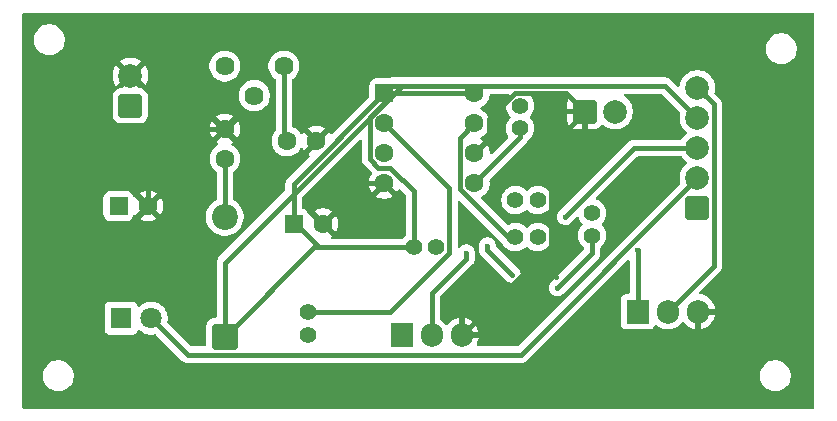
<source format=gbr>
%TF.GenerationSoftware,KiCad,Pcbnew,9.0.6*%
%TF.CreationDate,2025-12-16T12:20:01+05:30*%
%TF.ProjectId,MINI INVERTER,4d494e49-2049-44e5-9645-525445522e6b,rev?*%
%TF.SameCoordinates,Original*%
%TF.FileFunction,Copper,L1,Top*%
%TF.FilePolarity,Positive*%
%FSLAX46Y46*%
G04 Gerber Fmt 4.6, Leading zero omitted, Abs format (unit mm)*
G04 Created by KiCad (PCBNEW 9.0.6) date 2025-12-16 12:20:01*
%MOMM*%
%LPD*%
G01*
G04 APERTURE LIST*
G04 Aperture macros list*
%AMRoundRect*
0 Rectangle with rounded corners*
0 $1 Rounding radius*
0 $2 $3 $4 $5 $6 $7 $8 $9 X,Y pos of 4 corners*
0 Add a 4 corners polygon primitive as box body*
4,1,4,$2,$3,$4,$5,$6,$7,$8,$9,$2,$3,0*
0 Add four circle primitives for the rounded corners*
1,1,$1+$1,$2,$3*
1,1,$1+$1,$4,$5*
1,1,$1+$1,$6,$7*
1,1,$1+$1,$8,$9*
0 Add four rect primitives between the rounded corners*
20,1,$1+$1,$2,$3,$4,$5,0*
20,1,$1+$1,$4,$5,$6,$7,0*
20,1,$1+$1,$6,$7,$8,$9,0*
20,1,$1+$1,$8,$9,$2,$3,0*%
G04 Aperture macros list end*
%TA.AperFunction,ComponentPad*%
%ADD10RoundRect,0.250000X-0.550000X-0.550000X0.550000X-0.550000X0.550000X0.550000X-0.550000X0.550000X0*%
%TD*%
%TA.AperFunction,ComponentPad*%
%ADD11C,1.600000*%
%TD*%
%TA.AperFunction,ComponentPad*%
%ADD12C,1.400000*%
%TD*%
%TA.AperFunction,ComponentPad*%
%ADD13RoundRect,0.249999X0.850001X-0.850001X0.850001X0.850001X-0.850001X0.850001X-0.850001X-0.850001X0*%
%TD*%
%TA.AperFunction,ComponentPad*%
%ADD14C,2.200000*%
%TD*%
%TA.AperFunction,ComponentPad*%
%ADD15R,1.905000X2.000000*%
%TD*%
%TA.AperFunction,ComponentPad*%
%ADD16O,1.905000X2.000000*%
%TD*%
%TA.AperFunction,ComponentPad*%
%ADD17RoundRect,0.250000X-0.750000X-0.750000X0.750000X-0.750000X0.750000X0.750000X-0.750000X0.750000X0*%
%TD*%
%TA.AperFunction,ComponentPad*%
%ADD18C,2.000000*%
%TD*%
%TA.AperFunction,ComponentPad*%
%ADD19C,1.620000*%
%TD*%
%TA.AperFunction,ComponentPad*%
%ADD20RoundRect,0.250000X0.750000X-0.750000X0.750000X0.750000X-0.750000X0.750000X-0.750000X-0.750000X0*%
%TD*%
%TA.AperFunction,ComponentPad*%
%ADD21R,1.800000X1.800000*%
%TD*%
%TA.AperFunction,ComponentPad*%
%ADD22C,1.800000*%
%TD*%
%TA.AperFunction,ViaPad*%
%ADD23C,0.400000*%
%TD*%
%TA.AperFunction,Conductor*%
%ADD24C,0.400000*%
%TD*%
G04 APERTURE END LIST*
D10*
%TO.P,C3,1*%
%TO.N,INPUT*%
X113639621Y-84930000D03*
D11*
%TO.P,C3,2*%
%TO.N,GND*%
X116139621Y-84930000D03*
%TD*%
%TO.P,C1,1*%
%TO.N,Net-(BT1-+)*%
X107822000Y-79430000D03*
%TO.P,C1,2*%
%TO.N,GND*%
X107822000Y-76930000D03*
%TD*%
D12*
%TO.P,R5,1*%
%TO.N,Net-(U1-LO)*%
X132822000Y-76835000D03*
%TO.P,R5,2*%
%TO.N,Net-(Q2-G)*%
X132822000Y-74935000D03*
%TD*%
%TO.P,R6,1*%
%TO.N,Net-(R3-Pad1)*%
X138922000Y-85930000D03*
%TO.P,R6,2*%
%TO.N,Net-(Q2-G)*%
X138922000Y-84030000D03*
%TD*%
%TO.P,R1,1*%
%TO.N,Net-(R1-Pad1)*%
X114822000Y-94330000D03*
%TO.P,R1,2*%
%TO.N,Net-(U1-RT)*%
X114822000Y-92430000D03*
%TD*%
D13*
%TO.P,D1,1,K*%
%TO.N,INPUT*%
X107822000Y-94510000D03*
D14*
%TO.P,D1,2,A*%
%TO.N,Net-(BT1-+)*%
X107822000Y-84350000D03*
%TD*%
D15*
%TO.P,Q2,1,G*%
%TO.N,Net-(Q2-G)*%
X142782000Y-92380000D03*
D16*
%TO.P,Q2,2,D*%
%TO.N,OUTPUT 3*%
X145322000Y-92380000D03*
%TO.P,Q2,3,S*%
%TO.N,GND*%
X147862000Y-92380000D03*
%TD*%
D10*
%TO.P,C2,1*%
%TO.N,Net-(BT1-+)*%
X98822000Y-83430000D03*
D11*
%TO.P,C2,2*%
%TO.N,GND*%
X101322000Y-83430000D03*
%TD*%
D17*
%TO.P,D2,1,K*%
%TO.N,GND*%
X138322000Y-75430000D03*
D18*
%TO.P,D2,2,A*%
%TO.N,Net-(D2-A)*%
X140862000Y-75430000D03*
%TD*%
D11*
%TO.P,C4,1*%
%TO.N,Net-(U1-CT)*%
X113072000Y-77930000D03*
%TO.P,C4,2*%
%TO.N,GND*%
X115572000Y-77930000D03*
%TD*%
D12*
%TO.P,R3,1*%
%TO.N,Net-(R3-Pad1)*%
X132422000Y-82930000D03*
%TO.P,R3,2*%
%TO.N,Net-(Q1-G)*%
X134322000Y-82930000D03*
%TD*%
D19*
%TO.P,RV1,1,1*%
%TO.N,Net-(U1-CT)*%
X112822000Y-71580000D03*
%TO.P,RV1,2,2*%
%TO.N,Net-(R1-Pad1)*%
X110322000Y-74080000D03*
%TO.P,RV1,3,3*%
X107822000Y-71580000D03*
%TD*%
D10*
%TO.P,U1,1,VCC*%
%TO.N,INPUT*%
X121322000Y-73890000D03*
D11*
%TO.P,U1,2,RT*%
%TO.N,Net-(U1-RT)*%
X121322000Y-76430000D03*
%TO.P,U1,3,CT*%
%TO.N,Net-(U1-CT)*%
X121322000Y-78970000D03*
%TO.P,U1,4,COM*%
%TO.N,GND*%
X121322000Y-81510000D03*
%TO.P,U1,5,LO*%
%TO.N,Net-(U1-LO)*%
X128942000Y-81510000D03*
%TO.P,U1,6,VS*%
%TO.N,GND*%
X128942000Y-78970000D03*
%TO.P,U1,7,HO*%
%TO.N,Net-(U1-HO)*%
X128942000Y-76430000D03*
%TO.P,U1,8,VB*%
%TO.N,INPUT*%
X128942000Y-73890000D03*
%TD*%
D12*
%TO.P,R4,1*%
%TO.N,Net-(U1-HO)*%
X132422000Y-86080000D03*
%TO.P,R4,2*%
%TO.N,Net-(Q1-G)*%
X134322000Y-86080000D03*
%TD*%
D20*
%TO.P,BT1,1,+*%
%TO.N,Net-(BT1-+)*%
X99822000Y-74930000D03*
D18*
%TO.P,BT1,2,-*%
%TO.N,GND*%
X99822000Y-72390000D03*
%TD*%
D12*
%TO.P,R2,1*%
%TO.N,INPUT*%
X123822000Y-86930000D03*
%TO.P,R2,2*%
%TO.N,Net-(D2-A)*%
X125722000Y-86930000D03*
%TD*%
D20*
%TO.P,T1,1,AA*%
%TO.N,Net-(D3-K)*%
X147822000Y-83590000D03*
D18*
%TO.P,T1,2,AB*%
%TO.N,Net-(D3-A)*%
X147822000Y-81050000D03*
%TO.P,T1,3,SA*%
%TO.N,OUTPUT 1*%
X147822000Y-78510000D03*
%TO.P,T1,4,SC*%
%TO.N,INPUT*%
X147822000Y-75970000D03*
%TO.P,T1,5,SB*%
%TO.N,OUTPUT 3*%
X147822000Y-73430000D03*
%TD*%
D21*
%TO.P,D3,1,K*%
%TO.N,Net-(D3-K)*%
X99047000Y-92930000D03*
D22*
%TO.P,D3,2,A*%
%TO.N,Net-(D3-A)*%
X101587000Y-92930000D03*
%TD*%
D15*
%TO.P,Q1,1,G*%
%TO.N,Net-(Q1-G)*%
X122782000Y-94380000D03*
D16*
%TO.P,Q1,2,D*%
%TO.N,OUTPUT 1*%
X125322000Y-94380000D03*
%TO.P,Q1,3,S*%
%TO.N,GND*%
X127862000Y-94380000D03*
%TD*%
D23*
%TO.N,GND*%
X135890000Y-89408000D03*
%TO.N,OUTPUT 1*%
X136652000Y-84328000D03*
X128270000Y-87376000D03*
%TO.N,Net-(Q2-G)*%
X142748000Y-87122000D03*
%TO.N,Net-(R3-Pad1)*%
X130048000Y-86776000D03*
X135973735Y-90340265D03*
X132159735Y-89233735D03*
%TD*%
D24*
%TO.N,Net-(BT1-+)*%
X107822000Y-84350000D02*
X107822000Y-79430000D01*
%TO.N,GND*%
X136726000Y-73834000D02*
X132365950Y-73834000D01*
X100076000Y-72390000D02*
X104616000Y-76930000D01*
X101322000Y-83430000D02*
X101322000Y-80510000D01*
X101322000Y-80510000D02*
X104902000Y-76930000D01*
X135423000Y-78329000D02*
X135423000Y-86819000D01*
X99822000Y-72390000D02*
X100076000Y-72390000D01*
X132365950Y-73834000D02*
X130143000Y-76056950D01*
X138322000Y-75430000D02*
X136726000Y-73834000D01*
X130143000Y-77769000D02*
X128942000Y-78970000D01*
X135423000Y-86819000D02*
X127862000Y-94380000D01*
X121322000Y-81510000D02*
X119559621Y-81510000D01*
X135890000Y-89408000D02*
X135423000Y-88941000D01*
X138322000Y-75430000D02*
X135423000Y-78329000D01*
X104616000Y-76930000D02*
X104902000Y-76930000D01*
X104902000Y-76930000D02*
X107822000Y-76930000D01*
X135423000Y-88941000D02*
X135423000Y-86819000D01*
X119559621Y-81510000D02*
X116139621Y-84930000D01*
X130143000Y-76056950D02*
X130143000Y-77769000D01*
%TO.N,INPUT*%
X121819471Y-80171000D02*
X123822000Y-82173529D01*
X121979000Y-73233000D02*
X121322000Y-73890000D01*
X113824000Y-84930000D02*
X115824000Y-86930000D01*
X115402000Y-86930000D02*
X115824000Y-86930000D01*
X122820529Y-73233000D02*
X120121000Y-75932529D01*
X145085000Y-73233000D02*
X122820529Y-73233000D01*
X145085000Y-73233000D02*
X129599000Y-73233000D01*
X122820529Y-73233000D02*
X107822000Y-88231529D01*
X113639621Y-84930000D02*
X113824000Y-84930000D01*
X113639621Y-82413908D02*
X113639621Y-84930000D01*
X113639621Y-84930000D02*
X113639621Y-81572379D01*
X120824529Y-80171000D02*
X121819471Y-80171000D01*
X113639621Y-81572379D02*
X121322000Y-73890000D01*
X129599000Y-73233000D02*
X128942000Y-73890000D01*
X115824000Y-86930000D02*
X123822000Y-86930000D01*
X123822000Y-82173529D02*
X123822000Y-86930000D01*
X122820529Y-73233000D02*
X113639621Y-82413908D01*
X128942000Y-73890000D02*
X121322000Y-73890000D01*
X145085000Y-73233000D02*
X121979000Y-73233000D01*
X147822000Y-75970000D02*
X145085000Y-73233000D01*
X120121000Y-75932529D02*
X120121000Y-79467471D01*
X107822000Y-94510000D02*
X115402000Y-86930000D01*
X107822000Y-88231529D02*
X107822000Y-94510000D01*
X120121000Y-79467471D02*
X120824529Y-80171000D01*
%TO.N,Net-(U1-CT)*%
X112822000Y-77680000D02*
X113072000Y-77930000D01*
X112822000Y-71580000D02*
X112822000Y-77680000D01*
%TO.N,Net-(D3-A)*%
X104668000Y-96011000D02*
X101587000Y-92930000D01*
X147822000Y-81050000D02*
X132861000Y-96011000D01*
X132861000Y-96011000D02*
X104668000Y-96011000D01*
%TO.N,OUTPUT 1*%
X125322000Y-90832000D02*
X125322000Y-94380000D01*
X142470000Y-78510000D02*
X136652000Y-84328000D01*
X147822000Y-78510000D02*
X142470000Y-78510000D01*
X128270000Y-87884000D02*
X125322000Y-90832000D01*
X128270000Y-87376000D02*
X128270000Y-87884000D01*
%TO.N,OUTPUT 3*%
X149223000Y-88479000D02*
X149223000Y-74831000D01*
X145322000Y-92380000D02*
X149223000Y-88479000D01*
X149223000Y-74831000D02*
X147822000Y-73430000D01*
%TO.N,Net-(Q2-G)*%
X142782000Y-92380000D02*
X142782000Y-87156000D01*
X142782000Y-87156000D02*
X142748000Y-87122000D01*
%TO.N,Net-(U1-RT)*%
X126823000Y-81931000D02*
X126823000Y-87386050D01*
X121779050Y-92430000D02*
X114822000Y-92430000D01*
X121322000Y-76430000D02*
X126823000Y-81931000D01*
X126823000Y-87386050D02*
X121779050Y-92430000D01*
%TO.N,Net-(R3-Pad1)*%
X130048000Y-86776000D02*
X130048000Y-87122000D01*
X138922000Y-87392000D02*
X138922000Y-85930000D01*
X130048000Y-87122000D02*
X132159735Y-89233735D01*
X135973735Y-90340265D02*
X138922000Y-87392000D01*
%TO.N,Net-(U1-HO)*%
X127741000Y-82007471D02*
X131813529Y-86080000D01*
X128942000Y-76430000D02*
X127741000Y-77631000D01*
X131813529Y-86080000D02*
X132422000Y-86080000D01*
X127741000Y-77631000D02*
X127741000Y-82007471D01*
%TO.N,Net-(U1-LO)*%
X132822000Y-77630000D02*
X132822000Y-76835000D01*
X128942000Y-81510000D02*
X132822000Y-77630000D01*
%TD*%
%TA.AperFunction,Conductor*%
%TO.N,GND*%
G36*
X137025516Y-73953185D02*
G01*
X137071271Y-74005989D01*
X137081215Y-74075147D01*
X137052190Y-74138703D01*
X137046158Y-74145181D01*
X136979684Y-74211654D01*
X136887643Y-74360875D01*
X136887641Y-74360880D01*
X136832494Y-74527302D01*
X136832493Y-74527309D01*
X136822000Y-74630013D01*
X136822000Y-75180000D01*
X137773518Y-75180000D01*
X137762889Y-75198409D01*
X137722000Y-75351009D01*
X137722000Y-75508991D01*
X137762889Y-75661591D01*
X137773518Y-75680000D01*
X136822001Y-75680000D01*
X136822001Y-76229986D01*
X136832494Y-76332697D01*
X136887641Y-76499119D01*
X136887643Y-76499124D01*
X136979684Y-76648345D01*
X137103654Y-76772315D01*
X137252875Y-76864356D01*
X137252880Y-76864358D01*
X137419302Y-76919505D01*
X137419309Y-76919506D01*
X137522019Y-76929999D01*
X138071999Y-76929999D01*
X138072000Y-76929998D01*
X138072000Y-75978482D01*
X138090409Y-75989111D01*
X138243009Y-76030000D01*
X138400991Y-76030000D01*
X138553591Y-75989111D01*
X138572000Y-75978482D01*
X138572000Y-76929999D01*
X139121972Y-76929999D01*
X139121986Y-76929998D01*
X139224697Y-76919505D01*
X139391119Y-76864358D01*
X139391124Y-76864356D01*
X139540345Y-76772315D01*
X139664317Y-76648343D01*
X139694148Y-76599980D01*
X139746096Y-76553255D01*
X139815058Y-76542032D01*
X139879141Y-76569876D01*
X139880773Y-76571367D01*
X139880786Y-76571353D01*
X139884481Y-76574508D01*
X139884490Y-76574517D01*
X140075567Y-76713343D01*
X140128903Y-76740519D01*
X140286003Y-76820566D01*
X140286005Y-76820566D01*
X140286008Y-76820568D01*
X140378200Y-76850523D01*
X140510631Y-76893553D01*
X140743903Y-76930500D01*
X140743908Y-76930500D01*
X140980097Y-76930500D01*
X141213368Y-76893553D01*
X141263269Y-76877339D01*
X141437992Y-76820568D01*
X141442744Y-76818147D01*
X141445719Y-76816630D01*
X141648433Y-76713343D01*
X141839510Y-76574517D01*
X142006517Y-76407510D01*
X142145343Y-76216433D01*
X142252568Y-76005992D01*
X142325553Y-75781368D01*
X142333686Y-75730016D01*
X142362500Y-75548097D01*
X142362500Y-75311902D01*
X142325553Y-75078631D01*
X142278472Y-74933733D01*
X142252568Y-74854008D01*
X142252566Y-74854005D01*
X142252566Y-74854003D01*
X142193058Y-74737213D01*
X142145343Y-74643567D01*
X142006517Y-74452490D01*
X141839510Y-74285483D01*
X141663795Y-74157818D01*
X141621130Y-74102488D01*
X141615151Y-74032874D01*
X141647757Y-73971079D01*
X141708596Y-73936722D01*
X141736681Y-73933500D01*
X144743481Y-73933500D01*
X144810520Y-73953185D01*
X144831162Y-73969819D01*
X146334518Y-75473175D01*
X146368003Y-75534498D01*
X146364769Y-75599170D01*
X146358447Y-75618627D01*
X146358447Y-75618628D01*
X146321500Y-75851902D01*
X146321500Y-76088097D01*
X146358446Y-76321368D01*
X146431433Y-76545996D01*
X146519259Y-76718362D01*
X146538657Y-76756433D01*
X146677483Y-76947510D01*
X146844490Y-77114517D01*
X146879127Y-77139683D01*
X146921792Y-77195013D01*
X146927771Y-77264626D01*
X146895165Y-77326421D01*
X146879130Y-77340315D01*
X146861958Y-77352792D01*
X146844488Y-77365484D01*
X146677485Y-77532487D01*
X146677485Y-77532488D01*
X146677483Y-77532490D01*
X146621227Y-77609920D01*
X146538657Y-77723566D01*
X146529368Y-77741797D01*
X146481392Y-77792592D01*
X146418884Y-77809500D01*
X142401005Y-77809500D01*
X142265677Y-77836418D01*
X142265667Y-77836421D01*
X142138192Y-77889222D01*
X142023454Y-77965887D01*
X136107887Y-83881454D01*
X136031222Y-83996192D01*
X135978421Y-84123667D01*
X135978418Y-84123677D01*
X135951500Y-84259003D01*
X135951500Y-84259006D01*
X135951500Y-84396994D01*
X135951500Y-84396996D01*
X135951499Y-84396996D01*
X135978418Y-84532322D01*
X135978421Y-84532332D01*
X136031222Y-84659807D01*
X136107887Y-84774545D01*
X136205454Y-84872112D01*
X136320192Y-84948777D01*
X136433184Y-84995579D01*
X136447672Y-85001580D01*
X136447676Y-85001580D01*
X136447677Y-85001581D01*
X136583003Y-85028500D01*
X136583006Y-85028500D01*
X136720996Y-85028500D01*
X136812040Y-85010389D01*
X136856328Y-85001580D01*
X136920069Y-84975177D01*
X136983807Y-84948777D01*
X136983808Y-84948776D01*
X136983811Y-84948775D01*
X137098543Y-84872114D01*
X137585533Y-84385122D01*
X137646856Y-84351638D01*
X137716547Y-84356622D01*
X137772481Y-84398493D01*
X137791144Y-84434483D01*
X137801258Y-84465611D01*
X137809454Y-84490836D01*
X137853075Y-84576446D01*
X137895240Y-84659199D01*
X138006310Y-84812073D01*
X138006312Y-84812075D01*
X138086556Y-84892319D01*
X138120041Y-84953642D01*
X138115057Y-85023334D01*
X138086556Y-85067681D01*
X138006312Y-85147924D01*
X138006312Y-85147925D01*
X138006310Y-85147927D01*
X137994407Y-85164310D01*
X137895240Y-85300800D01*
X137809454Y-85469163D01*
X137751059Y-85648881D01*
X137721500Y-85835513D01*
X137721500Y-86024486D01*
X137751059Y-86211118D01*
X137809454Y-86390836D01*
X137885884Y-86540836D01*
X137895240Y-86559199D01*
X138006310Y-86712073D01*
X138139927Y-86845690D01*
X138139928Y-86845691D01*
X138139927Y-86845691D01*
X138160442Y-86860595D01*
X138170383Y-86867818D01*
X138173724Y-86872150D01*
X138178703Y-86874424D01*
X138194834Y-86899525D01*
X138213050Y-86923147D01*
X138214303Y-86929819D01*
X138216477Y-86933202D01*
X138221500Y-86968137D01*
X138221500Y-87050480D01*
X138201815Y-87117519D01*
X138185181Y-87138161D01*
X135429623Y-89893718D01*
X135429622Y-89893719D01*
X135352957Y-90008457D01*
X135300156Y-90135932D01*
X135300153Y-90135942D01*
X135273235Y-90271268D01*
X135273235Y-90271271D01*
X135273235Y-90409259D01*
X135273235Y-90409261D01*
X135273234Y-90409261D01*
X135300153Y-90544587D01*
X135300156Y-90544597D01*
X135352957Y-90672072D01*
X135429622Y-90786810D01*
X135527189Y-90884377D01*
X135641927Y-90961042D01*
X135769402Y-91013843D01*
X135769407Y-91013845D01*
X135769411Y-91013845D01*
X135769412Y-91013846D01*
X135904738Y-91040765D01*
X135904741Y-91040765D01*
X136042731Y-91040765D01*
X136134793Y-91022452D01*
X136178063Y-91013845D01*
X136245408Y-90985950D01*
X136305542Y-90961042D01*
X136305543Y-90961041D01*
X136305546Y-90961040D01*
X136420278Y-90884379D01*
X139466113Y-87838543D01*
X139470090Y-87832592D01*
X139514957Y-87765444D01*
X139542771Y-87723817D01*
X139542771Y-87723816D01*
X139542775Y-87723811D01*
X139593006Y-87602543D01*
X139595580Y-87596329D01*
X139608569Y-87531029D01*
X139622500Y-87460993D01*
X139622500Y-86968137D01*
X139642185Y-86901098D01*
X139673615Y-86867818D01*
X139704073Y-86845690D01*
X139837690Y-86712073D01*
X139948760Y-86559199D01*
X140034547Y-86390832D01*
X140092940Y-86211118D01*
X140101792Y-86155228D01*
X140122500Y-86024486D01*
X140122500Y-85835513D01*
X140092940Y-85648881D01*
X140034545Y-85469163D01*
X139971357Y-85345150D01*
X139948760Y-85300801D01*
X139837690Y-85147927D01*
X139757444Y-85067681D01*
X139723959Y-85006358D01*
X139728943Y-84936666D01*
X139757444Y-84892319D01*
X139777652Y-84872111D01*
X139837690Y-84812073D01*
X139948760Y-84659199D01*
X140034547Y-84490832D01*
X140092940Y-84311118D01*
X140102834Y-84248650D01*
X140122500Y-84124486D01*
X140122500Y-83935513D01*
X140092940Y-83748881D01*
X140034545Y-83569163D01*
X139948759Y-83400800D01*
X139941517Y-83390832D01*
X139837690Y-83247927D01*
X139704073Y-83114310D01*
X139551199Y-83003240D01*
X139382832Y-82917453D01*
X139326483Y-82899144D01*
X139268809Y-82859707D01*
X139241611Y-82795349D01*
X139253526Y-82726502D01*
X139277119Y-82693536D01*
X142723838Y-79246819D01*
X142785161Y-79213334D01*
X142811519Y-79210500D01*
X146418884Y-79210500D01*
X146485923Y-79230185D01*
X146529368Y-79278203D01*
X146538657Y-79296433D01*
X146677483Y-79487510D01*
X146844490Y-79654517D01*
X146879127Y-79679683D01*
X146921792Y-79735013D01*
X146927771Y-79804626D01*
X146895165Y-79866421D01*
X146879130Y-79880315D01*
X146861365Y-79893222D01*
X146844488Y-79905484D01*
X146677485Y-80072487D01*
X146677485Y-80072488D01*
X146677483Y-80072490D01*
X146617862Y-80154550D01*
X146538657Y-80263566D01*
X146431433Y-80474003D01*
X146358446Y-80698631D01*
X146321500Y-80931902D01*
X146321500Y-81168097D01*
X146358447Y-81401369D01*
X146358447Y-81401372D01*
X146364768Y-81420824D01*
X146366763Y-81490665D01*
X146334518Y-81546823D01*
X132607162Y-95274181D01*
X132545839Y-95307666D01*
X132519481Y-95310500D01*
X129244617Y-95310500D01*
X129177578Y-95290815D01*
X129131823Y-95238011D01*
X129121879Y-95168853D01*
X129134132Y-95130205D01*
X129208082Y-94985070D01*
X129278734Y-94767628D01*
X129300532Y-94630000D01*
X128352748Y-94630000D01*
X128374518Y-94592292D01*
X128412000Y-94452409D01*
X128412000Y-94307591D01*
X128374518Y-94167708D01*
X128352748Y-94130000D01*
X129300532Y-94130000D01*
X129278734Y-93992371D01*
X129208082Y-93774929D01*
X129104288Y-93571223D01*
X128969902Y-93386257D01*
X128808242Y-93224597D01*
X128623276Y-93090211D01*
X128419568Y-92986417D01*
X128202124Y-92915765D01*
X128112000Y-92901490D01*
X128112000Y-93889252D01*
X128074292Y-93867482D01*
X127934409Y-93830000D01*
X127789591Y-93830000D01*
X127649708Y-93867482D01*
X127612000Y-93889252D01*
X127612000Y-92901490D01*
X127611999Y-92901490D01*
X127521875Y-92915765D01*
X127304431Y-92986417D01*
X127100723Y-93090211D01*
X126915757Y-93224597D01*
X126754097Y-93386257D01*
X126692627Y-93470864D01*
X126637297Y-93513529D01*
X126567684Y-93519508D01*
X126505889Y-93486902D01*
X126491991Y-93470864D01*
X126430286Y-93385934D01*
X126268566Y-93224214D01*
X126083538Y-93089783D01*
X126081707Y-93088661D01*
X126081157Y-93088053D01*
X126079596Y-93086919D01*
X126079834Y-93086590D01*
X126034833Y-93036847D01*
X126022500Y-92982935D01*
X126022500Y-91173519D01*
X126042185Y-91106480D01*
X126058819Y-91085838D01*
X128814112Y-88330545D01*
X128814114Y-88330543D01*
X128890775Y-88215811D01*
X128895453Y-88204519D01*
X128926112Y-88130500D01*
X128943580Y-88088328D01*
X128961588Y-87997798D01*
X128970500Y-87952996D01*
X128970500Y-87307004D01*
X128947424Y-87190996D01*
X129347499Y-87190996D01*
X129374418Y-87326322D01*
X129374421Y-87326332D01*
X129427222Y-87453807D01*
X129503887Y-87568545D01*
X131713189Y-89777847D01*
X131827925Y-89854511D01*
X131922580Y-89893718D01*
X131955406Y-89907315D01*
X131955407Y-89907315D01*
X131955412Y-89907317D01*
X131982280Y-89912660D01*
X131982286Y-89912661D01*
X131982326Y-89912669D01*
X132072672Y-89930640D01*
X132090741Y-89934235D01*
X132090742Y-89934235D01*
X132228730Y-89934235D01*
X132319776Y-89916124D01*
X132364063Y-89907315D01*
X132491546Y-89854510D01*
X132521890Y-89834235D01*
X132606278Y-89777849D01*
X132703849Y-89680278D01*
X132780510Y-89565546D01*
X132833315Y-89438063D01*
X132860235Y-89302728D01*
X132860235Y-89164742D01*
X132860235Y-89164739D01*
X132860234Y-89164737D01*
X132833317Y-89029416D01*
X132833316Y-89029414D01*
X132833315Y-89029407D01*
X132830708Y-89023114D01*
X132780510Y-88901924D01*
X132703849Y-88787192D01*
X132703847Y-88787189D01*
X130784819Y-86868161D01*
X130751334Y-86806838D01*
X130748500Y-86780480D01*
X130748500Y-86707004D01*
X130721581Y-86571677D01*
X130721580Y-86571676D01*
X130721580Y-86571672D01*
X130716414Y-86559199D01*
X130668778Y-86444195D01*
X130668771Y-86444182D01*
X130592114Y-86329458D01*
X130592111Y-86329454D01*
X130494545Y-86231888D01*
X130494541Y-86231885D01*
X130379817Y-86155228D01*
X130379804Y-86155221D01*
X130252332Y-86102421D01*
X130252322Y-86102418D01*
X130116995Y-86075500D01*
X130116993Y-86075500D01*
X129979007Y-86075500D01*
X129979005Y-86075500D01*
X129843677Y-86102418D01*
X129843667Y-86102421D01*
X129716195Y-86155221D01*
X129716182Y-86155228D01*
X129601458Y-86231885D01*
X129601454Y-86231888D01*
X129503888Y-86329454D01*
X129503885Y-86329458D01*
X129427228Y-86444182D01*
X129427221Y-86444195D01*
X129374421Y-86571667D01*
X129374418Y-86571677D01*
X129347500Y-86707004D01*
X129347500Y-86707007D01*
X129347500Y-87053006D01*
X129347500Y-87190994D01*
X129347500Y-87190996D01*
X129347499Y-87190996D01*
X128947424Y-87190996D01*
X128943581Y-87171677D01*
X128943580Y-87171676D01*
X128943580Y-87171672D01*
X128943578Y-87171667D01*
X128890778Y-87044195D01*
X128890771Y-87044182D01*
X128814114Y-86929458D01*
X128814111Y-86929454D01*
X128716545Y-86831888D01*
X128716541Y-86831885D01*
X128674834Y-86804017D01*
X128601817Y-86755228D01*
X128601804Y-86755221D01*
X128474332Y-86702421D01*
X128474322Y-86702418D01*
X128338995Y-86675500D01*
X128338993Y-86675500D01*
X128201007Y-86675500D01*
X128201005Y-86675500D01*
X128065677Y-86702418D01*
X128065667Y-86702421D01*
X127938195Y-86755221D01*
X127938182Y-86755228D01*
X127823458Y-86831885D01*
X127823454Y-86831888D01*
X127735181Y-86920162D01*
X127673858Y-86953647D01*
X127604166Y-86948663D01*
X127548233Y-86906791D01*
X127523816Y-86841327D01*
X127523500Y-86832481D01*
X127523500Y-83079990D01*
X127543185Y-83012951D01*
X127595989Y-82967196D01*
X127665147Y-82957252D01*
X127728703Y-82986277D01*
X127735181Y-82992309D01*
X131322312Y-86579440D01*
X131345116Y-86610826D01*
X131395240Y-86709199D01*
X131506310Y-86862073D01*
X131639927Y-86995690D01*
X131792801Y-87106760D01*
X131854429Y-87138161D01*
X131961163Y-87192545D01*
X131961165Y-87192545D01*
X131961168Y-87192547D01*
X132057497Y-87223846D01*
X132140881Y-87250940D01*
X132327514Y-87280500D01*
X132327519Y-87280500D01*
X132516486Y-87280500D01*
X132703118Y-87250940D01*
X132882832Y-87192547D01*
X133051199Y-87106760D01*
X133204073Y-86995690D01*
X133284319Y-86915444D01*
X133345642Y-86881959D01*
X133415334Y-86886943D01*
X133459681Y-86915444D01*
X133539927Y-86995690D01*
X133692801Y-87106760D01*
X133754429Y-87138161D01*
X133861163Y-87192545D01*
X133861165Y-87192545D01*
X133861168Y-87192547D01*
X133957497Y-87223846D01*
X134040881Y-87250940D01*
X134227514Y-87280500D01*
X134227519Y-87280500D01*
X134416486Y-87280500D01*
X134603118Y-87250940D01*
X134782832Y-87192547D01*
X134951199Y-87106760D01*
X135104073Y-86995690D01*
X135237690Y-86862073D01*
X135348760Y-86709199D01*
X135434547Y-86540832D01*
X135492940Y-86361118D01*
X135522500Y-86174486D01*
X135522500Y-85985513D01*
X135492940Y-85798881D01*
X135446489Y-85655921D01*
X135434547Y-85619168D01*
X135434545Y-85619165D01*
X135434545Y-85619163D01*
X135358118Y-85469168D01*
X135348760Y-85450801D01*
X135237690Y-85297927D01*
X135104073Y-85164310D01*
X134951199Y-85053240D01*
X134782836Y-84967454D01*
X134603118Y-84909059D01*
X134416486Y-84879500D01*
X134416481Y-84879500D01*
X134227519Y-84879500D01*
X134227514Y-84879500D01*
X134040881Y-84909059D01*
X133861163Y-84967454D01*
X133692800Y-85053240D01*
X133641517Y-85090500D01*
X133539927Y-85164310D01*
X133539925Y-85164312D01*
X133539924Y-85164312D01*
X133459681Y-85244556D01*
X133398358Y-85278041D01*
X133328666Y-85273057D01*
X133284319Y-85244556D01*
X133204075Y-85164312D01*
X133204073Y-85164310D01*
X133051199Y-85053240D01*
X132882836Y-84967454D01*
X132703118Y-84909059D01*
X132516486Y-84879500D01*
X132516481Y-84879500D01*
X132327519Y-84879500D01*
X132327514Y-84879500D01*
X132140881Y-84909059D01*
X131961160Y-84967455D01*
X131862886Y-85017529D01*
X131794217Y-85030425D01*
X131729477Y-85004148D01*
X131718911Y-84994725D01*
X129560700Y-82836514D01*
X129560153Y-82835513D01*
X131221500Y-82835513D01*
X131221500Y-83024486D01*
X131251059Y-83211118D01*
X131309454Y-83390836D01*
X131395240Y-83559199D01*
X131506310Y-83712073D01*
X131639927Y-83845690D01*
X131792801Y-83956760D01*
X131870185Y-83996189D01*
X131961163Y-84042545D01*
X131961165Y-84042545D01*
X131961168Y-84042547D01*
X132057497Y-84073846D01*
X132140881Y-84100940D01*
X132327514Y-84130500D01*
X132327519Y-84130500D01*
X132516486Y-84130500D01*
X132703118Y-84100940D01*
X132882832Y-84042547D01*
X133051199Y-83956760D01*
X133204073Y-83845690D01*
X133284319Y-83765444D01*
X133345642Y-83731959D01*
X133415334Y-83736943D01*
X133459681Y-83765444D01*
X133539927Y-83845690D01*
X133692801Y-83956760D01*
X133770185Y-83996189D01*
X133861163Y-84042545D01*
X133861165Y-84042545D01*
X133861168Y-84042547D01*
X133957497Y-84073846D01*
X134040881Y-84100940D01*
X134227514Y-84130500D01*
X134227519Y-84130500D01*
X134416486Y-84130500D01*
X134603118Y-84100940D01*
X134782832Y-84042547D01*
X134951199Y-83956760D01*
X135104073Y-83845690D01*
X135237690Y-83712073D01*
X135348760Y-83559199D01*
X135434547Y-83390832D01*
X135492940Y-83211118D01*
X135497173Y-83184394D01*
X135522500Y-83024486D01*
X135522500Y-82835513D01*
X135492940Y-82648881D01*
X135434545Y-82469163D01*
X135374095Y-82350524D01*
X135348760Y-82300801D01*
X135237690Y-82147927D01*
X135104073Y-82014310D01*
X134951199Y-81903240D01*
X134782836Y-81817454D01*
X134603118Y-81759059D01*
X134416486Y-81729500D01*
X134416481Y-81729500D01*
X134227519Y-81729500D01*
X134227514Y-81729500D01*
X134040881Y-81759059D01*
X133861163Y-81817454D01*
X133692800Y-81903240D01*
X133605579Y-81966610D01*
X133539927Y-82014310D01*
X133539925Y-82014312D01*
X133539924Y-82014312D01*
X133459681Y-82094556D01*
X133398358Y-82128041D01*
X133328666Y-82123057D01*
X133284319Y-82094556D01*
X133204075Y-82014312D01*
X133204073Y-82014310D01*
X133051199Y-81903240D01*
X132882836Y-81817454D01*
X132703118Y-81759059D01*
X132516486Y-81729500D01*
X132516481Y-81729500D01*
X132327519Y-81729500D01*
X132327514Y-81729500D01*
X132140881Y-81759059D01*
X131961163Y-81817454D01*
X131792800Y-81903240D01*
X131705579Y-81966610D01*
X131639927Y-82014310D01*
X131639925Y-82014312D01*
X131639924Y-82014312D01*
X131506312Y-82147924D01*
X131506312Y-82147925D01*
X131506310Y-82147927D01*
X131458610Y-82213579D01*
X131395240Y-82300800D01*
X131309454Y-82469163D01*
X131251059Y-82648881D01*
X131221500Y-82835513D01*
X129560153Y-82835513D01*
X129527215Y-82775191D01*
X129532199Y-82705499D01*
X129574071Y-82649566D01*
X129592082Y-82638351D01*
X129623610Y-82622287D01*
X129623609Y-82622287D01*
X129623612Y-82622286D01*
X129789213Y-82501971D01*
X129789215Y-82501968D01*
X129789219Y-82501966D01*
X129933966Y-82357219D01*
X129933968Y-82357215D01*
X129933971Y-82357213D01*
X129995504Y-82272519D01*
X130054287Y-82191610D01*
X130147220Y-82009219D01*
X130210477Y-81814534D01*
X130242500Y-81612352D01*
X130242500Y-81407648D01*
X130224013Y-81290929D01*
X130232967Y-81221636D01*
X130258802Y-81183853D01*
X133366114Y-78076543D01*
X133442775Y-77961811D01*
X133485049Y-77859750D01*
X133526723Y-77806888D01*
X133604073Y-77750690D01*
X133737690Y-77617073D01*
X133848760Y-77464199D01*
X133934547Y-77295832D01*
X133992940Y-77116118D01*
X134002305Y-77056992D01*
X134022500Y-76929486D01*
X134022500Y-76740513D01*
X133992940Y-76553881D01*
X133965846Y-76470497D01*
X133934547Y-76374168D01*
X133934545Y-76374165D01*
X133934545Y-76374163D01*
X133882852Y-76272710D01*
X133848760Y-76205801D01*
X133737690Y-76052927D01*
X133657444Y-75972681D01*
X133623959Y-75911358D01*
X133628943Y-75841666D01*
X133657444Y-75797319D01*
X133673395Y-75781368D01*
X133737690Y-75717073D01*
X133848760Y-75564199D01*
X133934547Y-75395832D01*
X133992940Y-75216118D01*
X133998147Y-75183240D01*
X134022500Y-75029486D01*
X134022500Y-74840513D01*
X133992940Y-74653881D01*
X133942677Y-74499189D01*
X133934547Y-74474168D01*
X133934545Y-74474165D01*
X133934545Y-74474163D01*
X133876824Y-74360880D01*
X133848760Y-74305801D01*
X133737690Y-74152927D01*
X133729944Y-74145181D01*
X133696459Y-74083858D01*
X133701443Y-74014166D01*
X133743315Y-73958233D01*
X133808779Y-73933816D01*
X133817625Y-73933500D01*
X136958477Y-73933500D01*
X137025516Y-73953185D01*
G37*
%TD.AperFunction*%
%TA.AperFunction,Conductor*%
G36*
X119339834Y-77806866D02*
G01*
X119395767Y-77848738D01*
X119420184Y-77914202D01*
X119420500Y-77923048D01*
X119420500Y-79398477D01*
X119420500Y-79536465D01*
X119420500Y-79536467D01*
X119420499Y-79536467D01*
X119447418Y-79671793D01*
X119447421Y-79671803D01*
X119500222Y-79799278D01*
X119576887Y-79914016D01*
X119576888Y-79914017D01*
X120253661Y-80590789D01*
X120287146Y-80652112D01*
X120282162Y-80721803D01*
X120266298Y-80751355D01*
X120210142Y-80828647D01*
X120117244Y-81010968D01*
X120054009Y-81205582D01*
X120022000Y-81407682D01*
X120022000Y-81612317D01*
X120054009Y-81814417D01*
X120117244Y-82009031D01*
X120210141Y-82191350D01*
X120210147Y-82191359D01*
X120242523Y-82235921D01*
X120242524Y-82235922D01*
X120922000Y-81556446D01*
X120922000Y-81562661D01*
X120949259Y-81664394D01*
X121001920Y-81755606D01*
X121076394Y-81830080D01*
X121167606Y-81882741D01*
X121269339Y-81910000D01*
X121275553Y-81910000D01*
X120596076Y-82589474D01*
X120640650Y-82621859D01*
X120822968Y-82714755D01*
X121017582Y-82777990D01*
X121219683Y-82810000D01*
X121424317Y-82810000D01*
X121626417Y-82777990D01*
X121821031Y-82714755D01*
X122003349Y-82621859D01*
X122047921Y-82589474D01*
X121368447Y-81910000D01*
X121374661Y-81910000D01*
X121476394Y-81882741D01*
X121567606Y-81830080D01*
X121642080Y-81755606D01*
X121694741Y-81664394D01*
X121722000Y-81562661D01*
X121722000Y-81556447D01*
X122401474Y-82235921D01*
X122433859Y-82191349D01*
X122496556Y-82068297D01*
X122544530Y-82017500D01*
X122612351Y-82000704D01*
X122678486Y-82023240D01*
X122694723Y-82036909D01*
X123085181Y-82427367D01*
X123118666Y-82488690D01*
X123121500Y-82515048D01*
X123121500Y-85891862D01*
X123101815Y-85958901D01*
X123070387Y-85992179D01*
X123039927Y-86014309D01*
X122906309Y-86147927D01*
X122884179Y-86178387D01*
X122828848Y-86221052D01*
X122783862Y-86229500D01*
X116944337Y-86229500D01*
X116877298Y-86209815D01*
X116831543Y-86157011D01*
X116821599Y-86087853D01*
X116850624Y-86024297D01*
X116865447Y-86010692D01*
X116865542Y-86009474D01*
X116186067Y-85330000D01*
X116192282Y-85330000D01*
X116294015Y-85302741D01*
X116385227Y-85250080D01*
X116459701Y-85175606D01*
X116512362Y-85084394D01*
X116539621Y-84982661D01*
X116539621Y-84976447D01*
X117219095Y-85655921D01*
X117251480Y-85611349D01*
X117344376Y-85429031D01*
X117407611Y-85234417D01*
X117439621Y-85032317D01*
X117439621Y-84827682D01*
X117407611Y-84625582D01*
X117344376Y-84430968D01*
X117251480Y-84248650D01*
X117219095Y-84204077D01*
X117219095Y-84204076D01*
X116539621Y-84883551D01*
X116539621Y-84877339D01*
X116512362Y-84775606D01*
X116459701Y-84684394D01*
X116385227Y-84609920D01*
X116294015Y-84557259D01*
X116192282Y-84530000D01*
X116186067Y-84530000D01*
X116865543Y-83850524D01*
X116865542Y-83850523D01*
X116820980Y-83818147D01*
X116820971Y-83818141D01*
X116638652Y-83725244D01*
X116444038Y-83662009D01*
X116241938Y-83630000D01*
X116037304Y-83630000D01*
X115835203Y-83662009D01*
X115640589Y-83725244D01*
X115458265Y-83818143D01*
X115413698Y-83850523D01*
X115413698Y-83850524D01*
X116093175Y-84530000D01*
X116086960Y-84530000D01*
X115985227Y-84557259D01*
X115894015Y-84609920D01*
X115819541Y-84684394D01*
X115766880Y-84775606D01*
X115739621Y-84877339D01*
X115739621Y-84883553D01*
X115060145Y-84204077D01*
X115022340Y-84207053D01*
X114953962Y-84192689D01*
X114904205Y-84143638D01*
X114901731Y-84138949D01*
X114897722Y-84130942D01*
X114874435Y-84060666D01*
X114782333Y-83911344D01*
X114658277Y-83787288D01*
X114536335Y-83712074D01*
X114508957Y-83695187D01*
X114508952Y-83695185D01*
X114506703Y-83694439D01*
X114425116Y-83667404D01*
X114367672Y-83627632D01*
X114340849Y-83563116D01*
X114340121Y-83549699D01*
X114340121Y-82755427D01*
X114359806Y-82688388D01*
X114376440Y-82667746D01*
X119208819Y-77835367D01*
X119270142Y-77801882D01*
X119339834Y-77806866D01*
G37*
%TD.AperFunction*%
%TA.AperFunction,Conductor*%
G36*
X131893414Y-73953185D02*
G01*
X131939169Y-74005989D01*
X131949113Y-74075147D01*
X131920088Y-74138703D01*
X131914056Y-74145181D01*
X131906312Y-74152924D01*
X131906312Y-74152925D01*
X131906310Y-74152927D01*
X131884360Y-74183139D01*
X131795240Y-74305800D01*
X131709454Y-74474163D01*
X131651059Y-74653881D01*
X131621500Y-74840513D01*
X131621500Y-75029486D01*
X131651059Y-75216118D01*
X131709454Y-75395836D01*
X131787033Y-75548092D01*
X131795240Y-75564199D01*
X131906310Y-75717073D01*
X131906312Y-75717075D01*
X131986556Y-75797319D01*
X132020041Y-75858642D01*
X132015057Y-75928334D01*
X131986556Y-75972681D01*
X131906312Y-76052924D01*
X131906312Y-76052925D01*
X131906310Y-76052927D01*
X131858610Y-76118579D01*
X131795240Y-76205800D01*
X131709454Y-76374163D01*
X131651059Y-76553881D01*
X131621500Y-76740513D01*
X131621500Y-76929486D01*
X131651059Y-77116118D01*
X131709454Y-77295836D01*
X131777321Y-77429031D01*
X131795240Y-77464199D01*
X131809669Y-77484058D01*
X131817953Y-77495461D01*
X131841432Y-77561268D01*
X131825606Y-77629321D01*
X131805315Y-77656026D01*
X130453681Y-79007660D01*
X130392358Y-79041145D01*
X130322666Y-79036161D01*
X130266733Y-78994289D01*
X130242316Y-78928825D01*
X130242000Y-78919979D01*
X130242000Y-78867682D01*
X130209990Y-78665582D01*
X130146755Y-78470968D01*
X130053859Y-78288650D01*
X130021474Y-78244077D01*
X130021474Y-78244076D01*
X129342000Y-78923551D01*
X129342000Y-78917339D01*
X129314741Y-78815606D01*
X129262080Y-78724394D01*
X129187606Y-78649920D01*
X129096394Y-78597259D01*
X128994661Y-78570000D01*
X128988446Y-78570000D01*
X129667922Y-77890524D01*
X129667921Y-77890523D01*
X129623359Y-77858147D01*
X129623350Y-77858141D01*
X129530369Y-77810765D01*
X129479573Y-77762790D01*
X129462778Y-77694969D01*
X129485315Y-77628835D01*
X129530370Y-77589795D01*
X129623610Y-77542287D01*
X129731101Y-77464191D01*
X129789213Y-77421971D01*
X129789215Y-77421968D01*
X129789219Y-77421966D01*
X129933966Y-77277219D01*
X129933968Y-77277215D01*
X129933971Y-77277213D01*
X130001363Y-77184454D01*
X130054287Y-77111610D01*
X130147220Y-76929219D01*
X130210477Y-76734534D01*
X130242500Y-76532352D01*
X130242500Y-76327648D01*
X130210477Y-76125466D01*
X130198333Y-76088092D01*
X130171659Y-76005996D01*
X130147220Y-75930781D01*
X130147218Y-75930778D01*
X130147218Y-75930776D01*
X130107029Y-75851902D01*
X130054287Y-75748390D01*
X130031534Y-75717073D01*
X129933971Y-75582786D01*
X129789213Y-75438028D01*
X129623614Y-75317715D01*
X129578028Y-75294488D01*
X129530917Y-75270483D01*
X129480123Y-75222511D01*
X129463328Y-75154690D01*
X129485865Y-75088555D01*
X129530917Y-75049516D01*
X129623610Y-75002287D01*
X129644770Y-74986913D01*
X129789213Y-74881971D01*
X129789215Y-74881968D01*
X129789219Y-74881966D01*
X129933966Y-74737219D01*
X129933968Y-74737215D01*
X129933971Y-74737213D01*
X129994514Y-74653881D01*
X130054287Y-74571610D01*
X130147220Y-74389219D01*
X130210477Y-74194534D01*
X130217067Y-74152925D01*
X130235254Y-74038102D01*
X130265183Y-73974967D01*
X130324495Y-73938036D01*
X130357727Y-73933500D01*
X131826375Y-73933500D01*
X131893414Y-73953185D01*
G37*
%TD.AperFunction*%
%TA.AperFunction,Conductor*%
G36*
X157684539Y-67068185D02*
G01*
X157730294Y-67120989D01*
X157741500Y-67172500D01*
X157741500Y-99586100D01*
X157741496Y-99587032D01*
X157734925Y-100460932D01*
X157714737Y-100527822D01*
X157661591Y-100573178D01*
X157610929Y-100584000D01*
X90801071Y-100584000D01*
X90734032Y-100564315D01*
X90688277Y-100511511D01*
X90677075Y-100460932D01*
X90670504Y-99587032D01*
X90670500Y-99586100D01*
X90670500Y-97687648D01*
X92425500Y-97687648D01*
X92425500Y-97892351D01*
X92457522Y-98094534D01*
X92520781Y-98289223D01*
X92613715Y-98471613D01*
X92734028Y-98637213D01*
X92878786Y-98781971D01*
X93033749Y-98894556D01*
X93044390Y-98902287D01*
X93160607Y-98961503D01*
X93226776Y-98995218D01*
X93226778Y-98995218D01*
X93226781Y-98995220D01*
X93331137Y-99029127D01*
X93421465Y-99058477D01*
X93522557Y-99074488D01*
X93623648Y-99090500D01*
X93623649Y-99090500D01*
X93828351Y-99090500D01*
X93828352Y-99090500D01*
X94030534Y-99058477D01*
X94225219Y-98995220D01*
X94407610Y-98902287D01*
X94500590Y-98834732D01*
X94573213Y-98781971D01*
X94573215Y-98781968D01*
X94573219Y-98781966D01*
X94717966Y-98637219D01*
X94717968Y-98637215D01*
X94717971Y-98637213D01*
X94770732Y-98564590D01*
X94838287Y-98471610D01*
X94931220Y-98289219D01*
X94994477Y-98094534D01*
X95026500Y-97892352D01*
X95026500Y-97687648D01*
X153131500Y-97687648D01*
X153131500Y-97892351D01*
X153163522Y-98094534D01*
X153226781Y-98289223D01*
X153319715Y-98471613D01*
X153440028Y-98637213D01*
X153584786Y-98781971D01*
X153739749Y-98894556D01*
X153750390Y-98902287D01*
X153866607Y-98961503D01*
X153932776Y-98995218D01*
X153932778Y-98995218D01*
X153932781Y-98995220D01*
X154037137Y-99029127D01*
X154127465Y-99058477D01*
X154228557Y-99074488D01*
X154329648Y-99090500D01*
X154329649Y-99090500D01*
X154534351Y-99090500D01*
X154534352Y-99090500D01*
X154736534Y-99058477D01*
X154931219Y-98995220D01*
X155113610Y-98902287D01*
X155206590Y-98834732D01*
X155279213Y-98781971D01*
X155279215Y-98781968D01*
X155279219Y-98781966D01*
X155423966Y-98637219D01*
X155423968Y-98637215D01*
X155423971Y-98637213D01*
X155476732Y-98564590D01*
X155544287Y-98471610D01*
X155637220Y-98289219D01*
X155700477Y-98094534D01*
X155732500Y-97892352D01*
X155732500Y-97687648D01*
X155700477Y-97485466D01*
X155637220Y-97290781D01*
X155637218Y-97290778D01*
X155637218Y-97290776D01*
X155603503Y-97224607D01*
X155544287Y-97108390D01*
X155536556Y-97097749D01*
X155423971Y-96942786D01*
X155279213Y-96798028D01*
X155113613Y-96677715D01*
X155113612Y-96677714D01*
X155113610Y-96677713D01*
X155023452Y-96631775D01*
X154931223Y-96584781D01*
X154736534Y-96521522D01*
X154561995Y-96493878D01*
X154534352Y-96489500D01*
X154329648Y-96489500D01*
X154305329Y-96493351D01*
X154127465Y-96521522D01*
X153932776Y-96584781D01*
X153750386Y-96677715D01*
X153584786Y-96798028D01*
X153440028Y-96942786D01*
X153319715Y-97108386D01*
X153226781Y-97290776D01*
X153163522Y-97485465D01*
X153131500Y-97687648D01*
X95026500Y-97687648D01*
X94994477Y-97485466D01*
X94931220Y-97290781D01*
X94931218Y-97290778D01*
X94931218Y-97290776D01*
X94897503Y-97224607D01*
X94838287Y-97108390D01*
X94830556Y-97097749D01*
X94717971Y-96942786D01*
X94573213Y-96798028D01*
X94407613Y-96677715D01*
X94407612Y-96677714D01*
X94407610Y-96677713D01*
X94317452Y-96631775D01*
X94225223Y-96584781D01*
X94030534Y-96521522D01*
X93855995Y-96493878D01*
X93828352Y-96489500D01*
X93623648Y-96489500D01*
X93599329Y-96493351D01*
X93421465Y-96521522D01*
X93226776Y-96584781D01*
X93044386Y-96677715D01*
X92878786Y-96798028D01*
X92734028Y-96942786D01*
X92613715Y-97108386D01*
X92520781Y-97290776D01*
X92457522Y-97485465D01*
X92425500Y-97687648D01*
X90670500Y-97687648D01*
X90670500Y-91982135D01*
X97646500Y-91982135D01*
X97646500Y-93877870D01*
X97646501Y-93877876D01*
X97652908Y-93937483D01*
X97703202Y-94072328D01*
X97703206Y-94072335D01*
X97789452Y-94187544D01*
X97789455Y-94187547D01*
X97904664Y-94273793D01*
X97904671Y-94273797D01*
X98039517Y-94324091D01*
X98039516Y-94324091D01*
X98046444Y-94324835D01*
X98099127Y-94330500D01*
X99994872Y-94330499D01*
X100054483Y-94324091D01*
X100189331Y-94273796D01*
X100304546Y-94187546D01*
X100390796Y-94072331D01*
X100418429Y-93998243D01*
X100420601Y-93992420D01*
X100462471Y-93936486D01*
X100527936Y-93912068D01*
X100596209Y-93926919D01*
X100624464Y-93948071D01*
X100674636Y-93998243D01*
X100674641Y-93998247D01*
X100744334Y-94048881D01*
X100852978Y-94127815D01*
X100981375Y-94193237D01*
X101049393Y-94227895D01*
X101049396Y-94227896D01*
X101154221Y-94261955D01*
X101259049Y-94296015D01*
X101476778Y-94330500D01*
X101476779Y-94330500D01*
X101697221Y-94330500D01*
X101697222Y-94330500D01*
X101893475Y-94299416D01*
X101962765Y-94308370D01*
X102000551Y-94334208D01*
X104221453Y-96555111D01*
X104221454Y-96555112D01*
X104336192Y-96631777D01*
X104447098Y-96677715D01*
X104463672Y-96684580D01*
X104463676Y-96684580D01*
X104463677Y-96684581D01*
X104599003Y-96711500D01*
X104599006Y-96711500D01*
X132929996Y-96711500D01*
X133021040Y-96693389D01*
X133065328Y-96684580D01*
X133129069Y-96658177D01*
X133192807Y-96631777D01*
X133192808Y-96631776D01*
X133192811Y-96631775D01*
X133307543Y-96555114D01*
X141869819Y-87992838D01*
X141931142Y-87959353D01*
X142000834Y-87964337D01*
X142056767Y-88006209D01*
X142081184Y-88071673D01*
X142081500Y-88080519D01*
X142081500Y-90755500D01*
X142061815Y-90822539D01*
X142009011Y-90868294D01*
X141957501Y-90879500D01*
X141781630Y-90879500D01*
X141781623Y-90879501D01*
X141722016Y-90885908D01*
X141587171Y-90936202D01*
X141587164Y-90936206D01*
X141471955Y-91022452D01*
X141471952Y-91022455D01*
X141385706Y-91137664D01*
X141385702Y-91137671D01*
X141335408Y-91272517D01*
X141329001Y-91332116D01*
X141329000Y-91332135D01*
X141329000Y-93427870D01*
X141329001Y-93427876D01*
X141335408Y-93487483D01*
X141385702Y-93622328D01*
X141385706Y-93622335D01*
X141471952Y-93737544D01*
X141471955Y-93737547D01*
X141587164Y-93823793D01*
X141587171Y-93823797D01*
X141722017Y-93874091D01*
X141722016Y-93874091D01*
X141728944Y-93874835D01*
X141781627Y-93880500D01*
X143782372Y-93880499D01*
X143841983Y-93874091D01*
X143976831Y-93823796D01*
X144092046Y-93737546D01*
X144178296Y-93622331D01*
X144188690Y-93594460D01*
X144230560Y-93538527D01*
X144296023Y-93514108D01*
X144364297Y-93528958D01*
X144377746Y-93537465D01*
X144560462Y-93670217D01*
X144620485Y-93700800D01*
X144764244Y-93774049D01*
X144981751Y-93844721D01*
X144981752Y-93844721D01*
X144981755Y-93844722D01*
X145207646Y-93880500D01*
X145207647Y-93880500D01*
X145436353Y-93880500D01*
X145436354Y-93880500D01*
X145662245Y-93844722D01*
X145662248Y-93844721D01*
X145662249Y-93844721D01*
X145879755Y-93774049D01*
X145879755Y-93774048D01*
X145879758Y-93774048D01*
X146083538Y-93670217D01*
X146268566Y-93535786D01*
X146430286Y-93374066D01*
X146491992Y-93289134D01*
X146547319Y-93246470D01*
X146616932Y-93240491D01*
X146678727Y-93273096D01*
X146692626Y-93289135D01*
X146754097Y-93373741D01*
X146754097Y-93373742D01*
X146915757Y-93535402D01*
X147100723Y-93669788D01*
X147304429Y-93773582D01*
X147521871Y-93844234D01*
X147612000Y-93858509D01*
X147612000Y-92870747D01*
X147649708Y-92892518D01*
X147789591Y-92930000D01*
X147934409Y-92930000D01*
X148074292Y-92892518D01*
X148112000Y-92870747D01*
X148112000Y-93858508D01*
X148202128Y-93844234D01*
X148419570Y-93773582D01*
X148623276Y-93669788D01*
X148808242Y-93535402D01*
X148969902Y-93373742D01*
X149104288Y-93188776D01*
X149208082Y-92985070D01*
X149278734Y-92767628D01*
X149300532Y-92630000D01*
X148352748Y-92630000D01*
X148374518Y-92592292D01*
X148412000Y-92452409D01*
X148412000Y-92307591D01*
X148374518Y-92167708D01*
X148352748Y-92130000D01*
X149300532Y-92130000D01*
X149278734Y-91992371D01*
X149208082Y-91774929D01*
X149104288Y-91571223D01*
X148969902Y-91386257D01*
X148808242Y-91224597D01*
X148623276Y-91090211D01*
X148419568Y-90986417D01*
X148202125Y-90915765D01*
X148202126Y-90915765D01*
X148075398Y-90895693D01*
X148012264Y-90865763D01*
X147975333Y-90806451D01*
X147976331Y-90736589D01*
X148007113Y-90685542D01*
X149767114Y-88925543D01*
X149843775Y-88810811D01*
X149896580Y-88683328D01*
X149920447Y-88563340D01*
X149923500Y-88547993D01*
X149923500Y-74762007D01*
X149923500Y-74762004D01*
X149896581Y-74626677D01*
X149896580Y-74626676D01*
X149896580Y-74626672D01*
X149857422Y-74532137D01*
X149855422Y-74527309D01*
X149843778Y-74499196D01*
X149843777Y-74499195D01*
X149843775Y-74499189D01*
X149767114Y-74384457D01*
X149767112Y-74384454D01*
X149767111Y-74384453D01*
X149309480Y-73926823D01*
X149275995Y-73865500D01*
X149279230Y-73800825D01*
X149285553Y-73781368D01*
X149316292Y-73587289D01*
X149322500Y-73548097D01*
X149322500Y-73311902D01*
X149285553Y-73078631D01*
X149218200Y-72871342D01*
X149212568Y-72854008D01*
X149212566Y-72854005D01*
X149212566Y-72854003D01*
X149134525Y-72700840D01*
X149105343Y-72643567D01*
X148966517Y-72452490D01*
X148799510Y-72285483D01*
X148608433Y-72146657D01*
X148397996Y-72039433D01*
X148173368Y-71966446D01*
X147940097Y-71929500D01*
X147940092Y-71929500D01*
X147703908Y-71929500D01*
X147703903Y-71929500D01*
X147470631Y-71966446D01*
X147246003Y-72039433D01*
X147035566Y-72146657D01*
X146926550Y-72225862D01*
X146844490Y-72285483D01*
X146844488Y-72285485D01*
X146844487Y-72285485D01*
X146677485Y-72452487D01*
X146677485Y-72452488D01*
X146677483Y-72452490D01*
X146637115Y-72508052D01*
X146538657Y-72643566D01*
X146431433Y-72854003D01*
X146358447Y-73078630D01*
X146336744Y-73215651D01*
X146306814Y-73278785D01*
X146247502Y-73315716D01*
X146177640Y-73314718D01*
X146126590Y-73283933D01*
X145531546Y-72688888D01*
X145531545Y-72688887D01*
X145416807Y-72612222D01*
X145289332Y-72559421D01*
X145289322Y-72559418D01*
X145153996Y-72532500D01*
X145153994Y-72532500D01*
X145153993Y-72532500D01*
X121910007Y-72532500D01*
X121910003Y-72532500D01*
X121809068Y-72552577D01*
X121809062Y-72552578D01*
X121801591Y-72554065D01*
X121774671Y-72559420D01*
X121737332Y-72574886D01*
X121720632Y-72581803D01*
X121716294Y-72583237D01*
X121707365Y-72583536D01*
X121677385Y-72589500D01*
X120721998Y-72589500D01*
X120721980Y-72589501D01*
X120619203Y-72600000D01*
X120619200Y-72600001D01*
X120452668Y-72655185D01*
X120452663Y-72655187D01*
X120303342Y-72747289D01*
X120179289Y-72871342D01*
X120087187Y-73020663D01*
X120087185Y-73020668D01*
X120067978Y-73078631D01*
X120032001Y-73187203D01*
X120032001Y-73187204D01*
X120032000Y-73187204D01*
X120021500Y-73289983D01*
X120021500Y-74148480D01*
X120001815Y-74215519D01*
X119985181Y-74236161D01*
X116902034Y-77319307D01*
X116840711Y-77352792D01*
X116771019Y-77347808D01*
X116715086Y-77305936D01*
X116703867Y-77287919D01*
X116683859Y-77248650D01*
X116651474Y-77204077D01*
X116651474Y-77204076D01*
X115972000Y-77883553D01*
X115972000Y-77877339D01*
X115944741Y-77775606D01*
X115892080Y-77684394D01*
X115817606Y-77609920D01*
X115726394Y-77557259D01*
X115624661Y-77530000D01*
X115618446Y-77530000D01*
X116297922Y-76850524D01*
X116297921Y-76850523D01*
X116253359Y-76818147D01*
X116253350Y-76818141D01*
X116071031Y-76725244D01*
X115876417Y-76662009D01*
X115674317Y-76630000D01*
X115469683Y-76630000D01*
X115267582Y-76662009D01*
X115072968Y-76725244D01*
X114890644Y-76818143D01*
X114846077Y-76850523D01*
X114846077Y-76850524D01*
X115525554Y-77530000D01*
X115519339Y-77530000D01*
X115417606Y-77557259D01*
X115326394Y-77609920D01*
X115251920Y-77684394D01*
X115199259Y-77775606D01*
X115172000Y-77877339D01*
X115172000Y-77883553D01*
X114492524Y-77204077D01*
X114492523Y-77204077D01*
X114460143Y-77248644D01*
X114432765Y-77302378D01*
X114384790Y-77353174D01*
X114316969Y-77369969D01*
X114250834Y-77347431D01*
X114211795Y-77302378D01*
X114198973Y-77277213D01*
X114184287Y-77248390D01*
X114184285Y-77248387D01*
X114184284Y-77248385D01*
X114063971Y-77082786D01*
X113919213Y-76938028D01*
X113753613Y-76817715D01*
X113753612Y-76817714D01*
X113753610Y-76817713D01*
X113695977Y-76788347D01*
X113590205Y-76734453D01*
X113539409Y-76686478D01*
X113522500Y-76623968D01*
X113522500Y-72754105D01*
X113542185Y-72687066D01*
X113573614Y-72653787D01*
X113675733Y-72579593D01*
X113821593Y-72433733D01*
X113942840Y-72266852D01*
X114036488Y-72083057D01*
X114100231Y-71886876D01*
X114132500Y-71683139D01*
X114132500Y-71476861D01*
X114100231Y-71273124D01*
X114100230Y-71273120D01*
X114100230Y-71273119D01*
X114036489Y-71076945D01*
X113997231Y-70999897D01*
X113942840Y-70893148D01*
X113821593Y-70726267D01*
X113675733Y-70580407D01*
X113508852Y-70459160D01*
X113409493Y-70408534D01*
X113325054Y-70365510D01*
X113128879Y-70301769D01*
X112976073Y-70277567D01*
X112925139Y-70269500D01*
X112718861Y-70269500D01*
X112650948Y-70280256D01*
X112515122Y-70301769D01*
X112515119Y-70301769D01*
X112318945Y-70365510D01*
X112135147Y-70459160D01*
X111968265Y-70580408D01*
X111822408Y-70726265D01*
X111701160Y-70893147D01*
X111607510Y-71076945D01*
X111543769Y-71273119D01*
X111543769Y-71273122D01*
X111511500Y-71476861D01*
X111511500Y-71683138D01*
X111543769Y-71886877D01*
X111543769Y-71886880D01*
X111607510Y-72083054D01*
X111701160Y-72266852D01*
X111822407Y-72433733D01*
X111968267Y-72579593D01*
X112070386Y-72653787D01*
X112113051Y-72709117D01*
X112121500Y-72754105D01*
X112121500Y-76989953D01*
X112101815Y-77056992D01*
X112085181Y-77077634D01*
X112080032Y-77082782D01*
X112080028Y-77082786D01*
X111959715Y-77248386D01*
X111866781Y-77430776D01*
X111803522Y-77625465D01*
X111771500Y-77827648D01*
X111771500Y-78032351D01*
X111803522Y-78234534D01*
X111866781Y-78429223D01*
X111909248Y-78512567D01*
X111959585Y-78611359D01*
X111959715Y-78611613D01*
X112080028Y-78777213D01*
X112224786Y-78921971D01*
X112363377Y-79022661D01*
X112390390Y-79042287D01*
X112506607Y-79101503D01*
X112572776Y-79135218D01*
X112572778Y-79135218D01*
X112572781Y-79135220D01*
X112677137Y-79169127D01*
X112767465Y-79198477D01*
X112843375Y-79210500D01*
X112969648Y-79230500D01*
X112969649Y-79230500D01*
X113174351Y-79230500D01*
X113174352Y-79230500D01*
X113376534Y-79198477D01*
X113571219Y-79135220D01*
X113753610Y-79042287D01*
X113846590Y-78974732D01*
X113919213Y-78921971D01*
X113919215Y-78921968D01*
X113919219Y-78921966D01*
X114063966Y-78777219D01*
X114063968Y-78777215D01*
X114063971Y-78777213D01*
X114184286Y-78611611D01*
X114184415Y-78611359D01*
X114211795Y-78557621D01*
X114259769Y-78506826D01*
X114327589Y-78490030D01*
X114393725Y-78512567D01*
X114432765Y-78557621D01*
X114460141Y-78611350D01*
X114460147Y-78611359D01*
X114492523Y-78655921D01*
X114492524Y-78655922D01*
X115172000Y-77976446D01*
X115172000Y-77982661D01*
X115199259Y-78084394D01*
X115251920Y-78175606D01*
X115326394Y-78250080D01*
X115417606Y-78302741D01*
X115519339Y-78330000D01*
X115525553Y-78330000D01*
X114846076Y-79009474D01*
X114890650Y-79041859D01*
X114929919Y-79061867D01*
X114980716Y-79109841D01*
X114997512Y-79177661D01*
X114974976Y-79243797D01*
X114961307Y-79260034D01*
X113095508Y-81125833D01*
X113018843Y-81240571D01*
X112966042Y-81368046D01*
X112966039Y-81368058D01*
X112939807Y-81499937D01*
X112939804Y-81499953D01*
X112939121Y-81503380D01*
X112939121Y-82072388D01*
X112919436Y-82139427D01*
X112902802Y-82160069D01*
X107277888Y-87784982D01*
X107277887Y-87784983D01*
X107201224Y-87899719D01*
X107148421Y-88027195D01*
X107148420Y-88027201D01*
X107143969Y-88049580D01*
X107121500Y-88162533D01*
X107121500Y-92785500D01*
X107101815Y-92852539D01*
X107049011Y-92898294D01*
X106997500Y-92909500D01*
X106921982Y-92909500D01*
X106819203Y-92920000D01*
X106819202Y-92920001D01*
X106770311Y-92936202D01*
X106652667Y-92975185D01*
X106652662Y-92975187D01*
X106503342Y-93067289D01*
X106379289Y-93191342D01*
X106287187Y-93340662D01*
X106287185Y-93340667D01*
X106272186Y-93385931D01*
X106232001Y-93507202D01*
X106232001Y-93507203D01*
X106232000Y-93507203D01*
X106221500Y-93609982D01*
X106221500Y-95186500D01*
X106201815Y-95253539D01*
X106149011Y-95299294D01*
X106097500Y-95310500D01*
X105009519Y-95310500D01*
X104942480Y-95290815D01*
X104921838Y-95274181D01*
X102991208Y-93343551D01*
X102957723Y-93282228D01*
X102956416Y-93236477D01*
X102987500Y-93040222D01*
X102987500Y-92819778D01*
X102953015Y-92602049D01*
X102904395Y-92452409D01*
X102884896Y-92392396D01*
X102884895Y-92392393D01*
X102841685Y-92307591D01*
X102784815Y-92195978D01*
X102745021Y-92141206D01*
X102655247Y-92017641D01*
X102655243Y-92017636D01*
X102499363Y-91861756D01*
X102499358Y-91861752D01*
X102321025Y-91732187D01*
X102321024Y-91732186D01*
X102321022Y-91732185D01*
X102203791Y-91672452D01*
X102124606Y-91632104D01*
X102124603Y-91632103D01*
X101914952Y-91563985D01*
X101806086Y-91546742D01*
X101697222Y-91529500D01*
X101476778Y-91529500D01*
X101404201Y-91540995D01*
X101259047Y-91563985D01*
X101049396Y-91632103D01*
X101049393Y-91632104D01*
X100852974Y-91732187D01*
X100674641Y-91861752D01*
X100674636Y-91861756D01*
X100624463Y-91911929D01*
X100563140Y-91945413D01*
X100493448Y-91940428D01*
X100437515Y-91898557D01*
X100420601Y-91867580D01*
X100390797Y-91787671D01*
X100390793Y-91787664D01*
X100304547Y-91672455D01*
X100304544Y-91672452D01*
X100189335Y-91586206D01*
X100189328Y-91586202D01*
X100054482Y-91535908D01*
X100054483Y-91535908D01*
X99994883Y-91529501D01*
X99994881Y-91529500D01*
X99994873Y-91529500D01*
X99994864Y-91529500D01*
X98099129Y-91529500D01*
X98099123Y-91529501D01*
X98039516Y-91535908D01*
X97904671Y-91586202D01*
X97904664Y-91586206D01*
X97789455Y-91672452D01*
X97789452Y-91672455D01*
X97703206Y-91787664D01*
X97703202Y-91787671D01*
X97652908Y-91922517D01*
X97646501Y-91982116D01*
X97646500Y-91982135D01*
X90670500Y-91982135D01*
X90670500Y-82829983D01*
X97521500Y-82829983D01*
X97521500Y-84030001D01*
X97521501Y-84030018D01*
X97532000Y-84132796D01*
X97532001Y-84132799D01*
X97587185Y-84299331D01*
X97587186Y-84299334D01*
X97679288Y-84448656D01*
X97803344Y-84572712D01*
X97952666Y-84664814D01*
X98119203Y-84719999D01*
X98221991Y-84730500D01*
X99422008Y-84730499D01*
X99524797Y-84719999D01*
X99691334Y-84664814D01*
X99840656Y-84572712D01*
X99964712Y-84448656D01*
X100056814Y-84299334D01*
X100080102Y-84229054D01*
X100084110Y-84221050D01*
X100102060Y-84201772D01*
X100117055Y-84180116D01*
X100125495Y-84176606D01*
X100131725Y-84169917D01*
X100157249Y-84163404D01*
X100181571Y-84153292D01*
X100197834Y-84153048D01*
X100199425Y-84152643D01*
X100200523Y-84153008D01*
X100204719Y-84152946D01*
X100242525Y-84155921D01*
X100922000Y-83476446D01*
X100922000Y-83482661D01*
X100949259Y-83584394D01*
X101001920Y-83675606D01*
X101076394Y-83750080D01*
X101167606Y-83802741D01*
X101269339Y-83830000D01*
X101275553Y-83830000D01*
X100596076Y-84509474D01*
X100640650Y-84541859D01*
X100822968Y-84634755D01*
X101017582Y-84697990D01*
X101219683Y-84730000D01*
X101424317Y-84730000D01*
X101626417Y-84697990D01*
X101821031Y-84634755D01*
X102003349Y-84541859D01*
X102047921Y-84509474D01*
X101762485Y-84224038D01*
X106221500Y-84224038D01*
X106221500Y-84475962D01*
X106250544Y-84659336D01*
X106260910Y-84724785D01*
X106338760Y-84964383D01*
X106403020Y-85090499D01*
X106446384Y-85175606D01*
X106453132Y-85188848D01*
X106601201Y-85392649D01*
X106601205Y-85392654D01*
X106779345Y-85570794D01*
X106779350Y-85570798D01*
X106896513Y-85655921D01*
X106983155Y-85718870D01*
X107126184Y-85791747D01*
X107207616Y-85833239D01*
X107207618Y-85833239D01*
X107207621Y-85833241D01*
X107447215Y-85911090D01*
X107696038Y-85950500D01*
X107696039Y-85950500D01*
X107947961Y-85950500D01*
X107947962Y-85950500D01*
X108196785Y-85911090D01*
X108436379Y-85833241D01*
X108660845Y-85718870D01*
X108864656Y-85570793D01*
X109042793Y-85392656D01*
X109190870Y-85188845D01*
X109305241Y-84964379D01*
X109383090Y-84724785D01*
X109422500Y-84475962D01*
X109422500Y-84224038D01*
X109383090Y-83975215D01*
X109305241Y-83735621D01*
X109305239Y-83735618D01*
X109305239Y-83735616D01*
X109228187Y-83584394D01*
X109190870Y-83511155D01*
X109170168Y-83482661D01*
X109042798Y-83307350D01*
X109042794Y-83307345D01*
X108864654Y-83129205D01*
X108864649Y-83129201D01*
X108660846Y-82981130D01*
X108590204Y-82945135D01*
X108539408Y-82897160D01*
X108522500Y-82834651D01*
X108522500Y-80591744D01*
X108542185Y-80524705D01*
X108573615Y-80491426D01*
X108669215Y-80421969D01*
X108669215Y-80421968D01*
X108669219Y-80421966D01*
X108813966Y-80277219D01*
X108813968Y-80277215D01*
X108813971Y-80277213D01*
X108866732Y-80204590D01*
X108934287Y-80111610D01*
X109027220Y-79929219D01*
X109090477Y-79734534D01*
X109122500Y-79532352D01*
X109122500Y-79327648D01*
X109090477Y-79125466D01*
X109069812Y-79061867D01*
X109052789Y-79009474D01*
X109027220Y-78930781D01*
X109027218Y-78930778D01*
X109027218Y-78930776D01*
X108993503Y-78864607D01*
X108934287Y-78748390D01*
X108916853Y-78724394D01*
X108813971Y-78582786D01*
X108669213Y-78438028D01*
X108503611Y-78317713D01*
X108449621Y-78290203D01*
X108398825Y-78242228D01*
X108382031Y-78174407D01*
X108404569Y-78108272D01*
X108449624Y-78069233D01*
X108503349Y-78041859D01*
X108547921Y-78009474D01*
X107868447Y-77330000D01*
X107874661Y-77330000D01*
X107976394Y-77302741D01*
X108067606Y-77250080D01*
X108142080Y-77175606D01*
X108194741Y-77084394D01*
X108222000Y-76982661D01*
X108222000Y-76976447D01*
X108901474Y-77655921D01*
X108933859Y-77611349D01*
X109026755Y-77429031D01*
X109089990Y-77234417D01*
X109122000Y-77032317D01*
X109122000Y-76827682D01*
X109089990Y-76625582D01*
X109026755Y-76430968D01*
X108933859Y-76248650D01*
X108901474Y-76204077D01*
X108901474Y-76204076D01*
X108222000Y-76883551D01*
X108222000Y-76877339D01*
X108194741Y-76775606D01*
X108142080Y-76684394D01*
X108067606Y-76609920D01*
X107976394Y-76557259D01*
X107874661Y-76530000D01*
X107868446Y-76530000D01*
X108547922Y-75850524D01*
X108547921Y-75850523D01*
X108503359Y-75818147D01*
X108503350Y-75818141D01*
X108321031Y-75725244D01*
X108126417Y-75662009D01*
X107924317Y-75630000D01*
X107719683Y-75630000D01*
X107517582Y-75662009D01*
X107322968Y-75725244D01*
X107140644Y-75818143D01*
X107096077Y-75850523D01*
X107096077Y-75850524D01*
X107775554Y-76530000D01*
X107769339Y-76530000D01*
X107667606Y-76557259D01*
X107576394Y-76609920D01*
X107501920Y-76684394D01*
X107449259Y-76775606D01*
X107422000Y-76877339D01*
X107422000Y-76883553D01*
X106742524Y-76204077D01*
X106742523Y-76204077D01*
X106710143Y-76248644D01*
X106617244Y-76430968D01*
X106554009Y-76625582D01*
X106522000Y-76827682D01*
X106522000Y-77032317D01*
X106554009Y-77234417D01*
X106617244Y-77429031D01*
X106710141Y-77611350D01*
X106710147Y-77611359D01*
X106742523Y-77655921D01*
X106742524Y-77655922D01*
X107422000Y-76976446D01*
X107422000Y-76982661D01*
X107449259Y-77084394D01*
X107501920Y-77175606D01*
X107576394Y-77250080D01*
X107667606Y-77302741D01*
X107769339Y-77330000D01*
X107775553Y-77330000D01*
X107096076Y-78009474D01*
X107140652Y-78041861D01*
X107194376Y-78069234D01*
X107245172Y-78117208D01*
X107261968Y-78185028D01*
X107239431Y-78251164D01*
X107194379Y-78290203D01*
X107140386Y-78317714D01*
X106974786Y-78438028D01*
X106830028Y-78582786D01*
X106709715Y-78748386D01*
X106616781Y-78930776D01*
X106553522Y-79125465D01*
X106529331Y-79278203D01*
X106521500Y-79327648D01*
X106521500Y-79532352D01*
X106522152Y-79536467D01*
X106553522Y-79734534D01*
X106616781Y-79929223D01*
X106709715Y-80111613D01*
X106830028Y-80277213D01*
X106974784Y-80421969D01*
X107070385Y-80491426D01*
X107113051Y-80546755D01*
X107121500Y-80591744D01*
X107121500Y-82834651D01*
X107101815Y-82901690D01*
X107053796Y-82945135D01*
X106983153Y-82981130D01*
X106779350Y-83129201D01*
X106779345Y-83129205D01*
X106601205Y-83307345D01*
X106601201Y-83307350D01*
X106453132Y-83511151D01*
X106338760Y-83735616D01*
X106260910Y-83975214D01*
X106237396Y-84123677D01*
X106221500Y-84224038D01*
X101762485Y-84224038D01*
X101368447Y-83830000D01*
X101374661Y-83830000D01*
X101476394Y-83802741D01*
X101567606Y-83750080D01*
X101642080Y-83675606D01*
X101694741Y-83584394D01*
X101722000Y-83482661D01*
X101722000Y-83476448D01*
X102401474Y-84155922D01*
X102401474Y-84155921D01*
X102408481Y-84146279D01*
X102433859Y-84111349D01*
X102526755Y-83929031D01*
X102589990Y-83734417D01*
X102622000Y-83532317D01*
X102622000Y-83327682D01*
X102589990Y-83125582D01*
X102526755Y-82930968D01*
X102433859Y-82748650D01*
X102401474Y-82704077D01*
X102401474Y-82704076D01*
X101722000Y-83383551D01*
X101722000Y-83377339D01*
X101694741Y-83275606D01*
X101642080Y-83184394D01*
X101567606Y-83109920D01*
X101476394Y-83057259D01*
X101374661Y-83030000D01*
X101368446Y-83030000D01*
X102047922Y-82350524D01*
X102047921Y-82350523D01*
X102003359Y-82318147D01*
X102003350Y-82318141D01*
X101821031Y-82225244D01*
X101626417Y-82162009D01*
X101424317Y-82130000D01*
X101219683Y-82130000D01*
X101017582Y-82162009D01*
X100822968Y-82225244D01*
X100640644Y-82318143D01*
X100596077Y-82350523D01*
X100596077Y-82350524D01*
X101275554Y-83030000D01*
X101269339Y-83030000D01*
X101167606Y-83057259D01*
X101076394Y-83109920D01*
X101001920Y-83184394D01*
X100949259Y-83275606D01*
X100922000Y-83377339D01*
X100922000Y-83383553D01*
X100242524Y-82704077D01*
X100204719Y-82707053D01*
X100136341Y-82692689D01*
X100086584Y-82643638D01*
X100084110Y-82638949D01*
X100080101Y-82630942D01*
X100056814Y-82560666D01*
X99964712Y-82411344D01*
X99840656Y-82287288D01*
X99691334Y-82195186D01*
X99524797Y-82140001D01*
X99524795Y-82140000D01*
X99422010Y-82129500D01*
X98221998Y-82129500D01*
X98221981Y-82129501D01*
X98119203Y-82140000D01*
X98119200Y-82140001D01*
X97952668Y-82195185D01*
X97952663Y-82195187D01*
X97803342Y-82287289D01*
X97679289Y-82411342D01*
X97587187Y-82560663D01*
X97587186Y-82560666D01*
X97532001Y-82727203D01*
X97532001Y-82727204D01*
X97532000Y-82727204D01*
X97521500Y-82829983D01*
X90670500Y-82829983D01*
X90670500Y-74129983D01*
X98321500Y-74129983D01*
X98321500Y-75730001D01*
X98321501Y-75730018D01*
X98332000Y-75832796D01*
X98332001Y-75832799D01*
X98387185Y-75999331D01*
X98387187Y-75999336D01*
X98391295Y-76005996D01*
X98479288Y-76148656D01*
X98603344Y-76272712D01*
X98752666Y-76364814D01*
X98919203Y-76419999D01*
X99021991Y-76430500D01*
X100622008Y-76430499D01*
X100724797Y-76419999D01*
X100891334Y-76364814D01*
X101040656Y-76272712D01*
X101164712Y-76148656D01*
X101256814Y-75999334D01*
X101311999Y-75832797D01*
X101322500Y-75730009D01*
X101322499Y-74129992D01*
X101319689Y-74102488D01*
X101311999Y-74027203D01*
X101311997Y-74027196D01*
X101306632Y-74011004D01*
X101306628Y-74010994D01*
X101300482Y-73992447D01*
X101295317Y-73976861D01*
X109011500Y-73976861D01*
X109011500Y-74183138D01*
X109043769Y-74386877D01*
X109043769Y-74386880D01*
X109107510Y-74583054D01*
X109143599Y-74653882D01*
X109201160Y-74766852D01*
X109322407Y-74933733D01*
X109468267Y-75079593D01*
X109635148Y-75200840D01*
X109818943Y-75294488D01*
X109818945Y-75294489D01*
X110015120Y-75358230D01*
X110015121Y-75358230D01*
X110015124Y-75358231D01*
X110218861Y-75390500D01*
X110218862Y-75390500D01*
X110425138Y-75390500D01*
X110425139Y-75390500D01*
X110628876Y-75358231D01*
X110628879Y-75358230D01*
X110628880Y-75358230D01*
X110825054Y-75294489D01*
X110825054Y-75294488D01*
X110825057Y-75294488D01*
X111008852Y-75200840D01*
X111175733Y-75079593D01*
X111321593Y-74933733D01*
X111442840Y-74766852D01*
X111536488Y-74583057D01*
X111578912Y-74452490D01*
X111600230Y-74386880D01*
X111600230Y-74386879D01*
X111600231Y-74386876D01*
X111632500Y-74183139D01*
X111632500Y-73976861D01*
X111600231Y-73773124D01*
X111600230Y-73773120D01*
X111600230Y-73773119D01*
X111536489Y-73576945D01*
X111494830Y-73495185D01*
X111442840Y-73393148D01*
X111321593Y-73226267D01*
X111175733Y-73080407D01*
X111008852Y-72959160D01*
X110989130Y-72949111D01*
X110825054Y-72865510D01*
X110628879Y-72801769D01*
X110476073Y-72777567D01*
X110425139Y-72769500D01*
X110218861Y-72769500D01*
X110150948Y-72780256D01*
X110015122Y-72801769D01*
X110015119Y-72801769D01*
X109818945Y-72865510D01*
X109635147Y-72959160D01*
X109468265Y-73080408D01*
X109322408Y-73226265D01*
X109201160Y-73393147D01*
X109107510Y-73576945D01*
X109043769Y-73773119D01*
X109043769Y-73773122D01*
X109011500Y-73976861D01*
X101295317Y-73976861D01*
X101256814Y-73860666D01*
X101164712Y-73711344D01*
X101040656Y-73587288D01*
X100891334Y-73495186D01*
X100724797Y-73440001D01*
X100724795Y-73440000D01*
X100622016Y-73429500D01*
X100559308Y-73429500D01*
X100492269Y-73409815D01*
X100471627Y-73393181D01*
X100033059Y-72954612D01*
X100053591Y-72949111D01*
X100190408Y-72870119D01*
X100302119Y-72758408D01*
X100381111Y-72621591D01*
X100386612Y-72601059D01*
X101044658Y-73259105D01*
X101044658Y-73259104D01*
X101104914Y-73176169D01*
X101104918Y-73176163D01*
X101212102Y-72965802D01*
X101285065Y-72741247D01*
X101322000Y-72508052D01*
X101322000Y-72271947D01*
X101285065Y-72038752D01*
X101212102Y-71814197D01*
X101104914Y-71603828D01*
X101062082Y-71544875D01*
X101044658Y-71520894D01*
X101044658Y-71520893D01*
X100386612Y-72178940D01*
X100381111Y-72158409D01*
X100302119Y-72021592D01*
X100190408Y-71909881D01*
X100053591Y-71830889D01*
X100033059Y-71825387D01*
X100381584Y-71476861D01*
X106511500Y-71476861D01*
X106511500Y-71683138D01*
X106543769Y-71886877D01*
X106543769Y-71886880D01*
X106607510Y-72083054D01*
X106701160Y-72266852D01*
X106822407Y-72433733D01*
X106968267Y-72579593D01*
X107135148Y-72700840D01*
X107226308Y-72747288D01*
X107318945Y-72794489D01*
X107515120Y-72858230D01*
X107515121Y-72858230D01*
X107515124Y-72858231D01*
X107718861Y-72890500D01*
X107718862Y-72890500D01*
X107925138Y-72890500D01*
X107925139Y-72890500D01*
X108128876Y-72858231D01*
X108128879Y-72858230D01*
X108128880Y-72858230D01*
X108325054Y-72794489D01*
X108325054Y-72794488D01*
X108325057Y-72794488D01*
X108508852Y-72700840D01*
X108675733Y-72579593D01*
X108821593Y-72433733D01*
X108942840Y-72266852D01*
X109036488Y-72083057D01*
X109100231Y-71886876D01*
X109132500Y-71683139D01*
X109132500Y-71476861D01*
X109100231Y-71273124D01*
X109100230Y-71273120D01*
X109100230Y-71273119D01*
X109036489Y-71076945D01*
X108997231Y-70999897D01*
X108942840Y-70893148D01*
X108821593Y-70726267D01*
X108675733Y-70580407D01*
X108508852Y-70459160D01*
X108409493Y-70408534D01*
X108325054Y-70365510D01*
X108128879Y-70301769D01*
X107976073Y-70277567D01*
X107925139Y-70269500D01*
X107718861Y-70269500D01*
X107650948Y-70280256D01*
X107515122Y-70301769D01*
X107515119Y-70301769D01*
X107318945Y-70365510D01*
X107135147Y-70459160D01*
X106968265Y-70580408D01*
X106822408Y-70726265D01*
X106701160Y-70893147D01*
X106607510Y-71076945D01*
X106543769Y-71273119D01*
X106543769Y-71273122D01*
X106511500Y-71476861D01*
X100381584Y-71476861D01*
X100691105Y-71167340D01*
X100691104Y-71167338D01*
X100608174Y-71107087D01*
X100397802Y-70999897D01*
X100173247Y-70926934D01*
X100173248Y-70926934D01*
X99940052Y-70890000D01*
X99703948Y-70890000D01*
X99470752Y-70926934D01*
X99246197Y-70999897D01*
X99035830Y-71107084D01*
X98952894Y-71167340D01*
X99610941Y-71825387D01*
X99590409Y-71830889D01*
X99453592Y-71909881D01*
X99341881Y-72021592D01*
X99262889Y-72158409D01*
X99257387Y-72178941D01*
X98599340Y-71520894D01*
X98539084Y-71603830D01*
X98431897Y-71814197D01*
X98358934Y-72038752D01*
X98322000Y-72271947D01*
X98322000Y-72508052D01*
X98358934Y-72741247D01*
X98431897Y-72965802D01*
X98539087Y-73176174D01*
X98599338Y-73259104D01*
X98599340Y-73259105D01*
X99257387Y-72601058D01*
X99262889Y-72621591D01*
X99341881Y-72758408D01*
X99453592Y-72870119D01*
X99590409Y-72949111D01*
X99610940Y-72954612D01*
X99172371Y-73393181D01*
X99111048Y-73426666D01*
X99084692Y-73429500D01*
X99021999Y-73429500D01*
X99021980Y-73429501D01*
X98919203Y-73440000D01*
X98919200Y-73440001D01*
X98752668Y-73495185D01*
X98752663Y-73495187D01*
X98603342Y-73587289D01*
X98479289Y-73711342D01*
X98387187Y-73860663D01*
X98387186Y-73860666D01*
X98332001Y-74027203D01*
X98332001Y-74027204D01*
X98332000Y-74027204D01*
X98321500Y-74129983D01*
X90670500Y-74129983D01*
X90670500Y-69239648D01*
X91663500Y-69239648D01*
X91663500Y-69444351D01*
X91695522Y-69646534D01*
X91758781Y-69841223D01*
X91851715Y-70023613D01*
X91972028Y-70189213D01*
X92116786Y-70333971D01*
X92271749Y-70446556D01*
X92282390Y-70454287D01*
X92398607Y-70513503D01*
X92464776Y-70547218D01*
X92464778Y-70547218D01*
X92464781Y-70547220D01*
X92566920Y-70580407D01*
X92659465Y-70610477D01*
X92760557Y-70626488D01*
X92861648Y-70642500D01*
X92861649Y-70642500D01*
X93066351Y-70642500D01*
X93066352Y-70642500D01*
X93268534Y-70610477D01*
X93463219Y-70547220D01*
X93645610Y-70454287D01*
X93738590Y-70386732D01*
X93811213Y-70333971D01*
X93811215Y-70333968D01*
X93811219Y-70333966D01*
X93955966Y-70189219D01*
X93955968Y-70189215D01*
X93955971Y-70189213D01*
X94076284Y-70023614D01*
X94076285Y-70023613D01*
X94076287Y-70023610D01*
X94087477Y-70001648D01*
X153639500Y-70001648D01*
X153639500Y-70206351D01*
X153671522Y-70408534D01*
X153734781Y-70603223D01*
X153827715Y-70785613D01*
X153948028Y-70951213D01*
X154092786Y-71095971D01*
X154247749Y-71208556D01*
X154258390Y-71216287D01*
X154369929Y-71273119D01*
X154440776Y-71309218D01*
X154440778Y-71309218D01*
X154440781Y-71309220D01*
X154545137Y-71343127D01*
X154635465Y-71372477D01*
X154736557Y-71388488D01*
X154837648Y-71404500D01*
X154837649Y-71404500D01*
X155042351Y-71404500D01*
X155042352Y-71404500D01*
X155244534Y-71372477D01*
X155439219Y-71309220D01*
X155621610Y-71216287D01*
X155714590Y-71148732D01*
X155787213Y-71095971D01*
X155787215Y-71095968D01*
X155787219Y-71095966D01*
X155931966Y-70951219D01*
X155931968Y-70951215D01*
X155931971Y-70951213D01*
X155984732Y-70878590D01*
X156052287Y-70785610D01*
X156145220Y-70603219D01*
X156208477Y-70408534D01*
X156240500Y-70206352D01*
X156240500Y-70001648D01*
X156208477Y-69799466D01*
X156145220Y-69604781D01*
X156145218Y-69604778D01*
X156145218Y-69604776D01*
X156111503Y-69538607D01*
X156052287Y-69422390D01*
X156044556Y-69411749D01*
X155931971Y-69256786D01*
X155787213Y-69112028D01*
X155621613Y-68991715D01*
X155621612Y-68991714D01*
X155621610Y-68991713D01*
X155564653Y-68962691D01*
X155439223Y-68898781D01*
X155244534Y-68835522D01*
X155069995Y-68807878D01*
X155042352Y-68803500D01*
X154837648Y-68803500D01*
X154813329Y-68807351D01*
X154635465Y-68835522D01*
X154440776Y-68898781D01*
X154258386Y-68991715D01*
X154092786Y-69112028D01*
X153948028Y-69256786D01*
X153827715Y-69422386D01*
X153734781Y-69604776D01*
X153671522Y-69799465D01*
X153639500Y-70001648D01*
X94087477Y-70001648D01*
X94169220Y-69841219D01*
X94232477Y-69646534D01*
X94264500Y-69444352D01*
X94264500Y-69239648D01*
X94232477Y-69037466D01*
X94169220Y-68842781D01*
X94169218Y-68842778D01*
X94169218Y-68842776D01*
X94135503Y-68776607D01*
X94076287Y-68660390D01*
X94068556Y-68649749D01*
X93955971Y-68494786D01*
X93811213Y-68350028D01*
X93645613Y-68229715D01*
X93645612Y-68229714D01*
X93645610Y-68229713D01*
X93588653Y-68200691D01*
X93463223Y-68136781D01*
X93268534Y-68073522D01*
X93093995Y-68045878D01*
X93066352Y-68041500D01*
X92861648Y-68041500D01*
X92837329Y-68045351D01*
X92659465Y-68073522D01*
X92464776Y-68136781D01*
X92282386Y-68229715D01*
X92116786Y-68350028D01*
X91972028Y-68494786D01*
X91851715Y-68660386D01*
X91758781Y-68842776D01*
X91695522Y-69037465D01*
X91663500Y-69239648D01*
X90670500Y-69239648D01*
X90670500Y-67172500D01*
X90690185Y-67105461D01*
X90742989Y-67059706D01*
X90794500Y-67048500D01*
X157617500Y-67048500D01*
X157684539Y-67068185D01*
G37*
%TD.AperFunction*%
%TD*%
M02*

</source>
